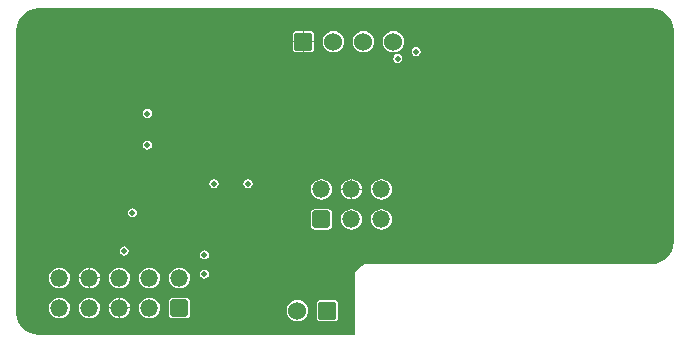
<source format=gbr>
%TF.GenerationSoftware,Altium Limited,Altium Designer,20.1.8 (145)*%
G04 Layer_Physical_Order=3*
G04 Layer_Color=16440176*
%FSLAX45Y45*%
%MOMM*%
%TF.SameCoordinates,A8D28DC8-49F5-44E5-8DCE-E7A12525CE2F*%
%TF.FilePolarity,Positive*%
%TF.FileFunction,Copper,L3,Inr,Signal*%
%TF.Part,Single*%
G01*
G75*
%TA.AperFunction,ComponentPad*%
%ADD29C,1.50000*%
G04:AMPARAMS|DCode=30|XSize=1.5mm|YSize=1.45mm|CornerRadius=0.18125mm|HoleSize=0mm|Usage=FLASHONLY|Rotation=0.000|XOffset=0mm|YOffset=0mm|HoleType=Round|Shape=RoundedRectangle|*
%AMROUNDEDRECTD30*
21,1,1.50000,1.08750,0,0,0.0*
21,1,1.13750,1.45000,0,0,0.0*
1,1,0.36250,0.56875,-0.54375*
1,1,0.36250,-0.56875,-0.54375*
1,1,0.36250,-0.56875,0.54375*
1,1,0.36250,0.56875,0.54375*
%
%ADD30ROUNDEDRECTD30*%
%ADD31O,1.50000X1.45000*%
%ADD32C,1.52400*%
G04:AMPARAMS|DCode=33|XSize=1.524mm|YSize=1.524mm|CornerRadius=0.1905mm|HoleSize=0mm|Usage=FLASHONLY|Rotation=180.000|XOffset=0mm|YOffset=0mm|HoleType=Round|Shape=RoundedRectangle|*
%AMROUNDEDRECTD33*
21,1,1.52400,1.14300,0,0,180.0*
21,1,1.14300,1.52400,0,0,180.0*
1,1,0.38100,-0.57150,0.57150*
1,1,0.38100,0.57150,0.57150*
1,1,0.38100,0.57150,-0.57150*
1,1,0.38100,-0.57150,-0.57150*
%
%ADD33ROUNDEDRECTD33*%
%TA.AperFunction,ViaPad*%
%ADD34C,3.00000*%
%ADD35C,0.50000*%
G36*
X5400001Y2781824D02*
X5435473Y2778330D01*
X5469582Y2767984D01*
X5501017Y2751181D01*
X5528570Y2728569D01*
X5551183Y2701016D01*
X5567985Y2669581D01*
X5578332Y2635472D01*
X5581826Y2600000D01*
X5581872D01*
Y800000D01*
X5581826D01*
X5578332Y764528D01*
X5567985Y730419D01*
X5551182Y698983D01*
X5528570Y671430D01*
X5501017Y648818D01*
X5469582Y632015D01*
X5435472Y621669D01*
X5400000Y618175D01*
Y618129D01*
X3000000Y618129D01*
Y618797D01*
X2969253Y614749D01*
X2940602Y602881D01*
X2915998Y584002D01*
X2897119Y559398D01*
X2885252Y530747D01*
X2881204Y500001D01*
X2881872D01*
Y18128D01*
X200000D01*
Y18174D01*
X164528Y21668D01*
X130418Y32015D01*
X98983Y48818D01*
X71430Y71430D01*
X48818Y98983D01*
X32015Y130418D01*
X21668Y164528D01*
X18174Y200000D01*
X18128D01*
X18128Y2599999D01*
X18174D01*
X21668Y2635471D01*
X32015Y2669580D01*
X48818Y2701015D01*
X71430Y2728569D01*
X98983Y2751181D01*
X130418Y2767984D01*
X164528Y2778330D01*
X200000Y2781824D01*
Y2781870D01*
X5400000D01*
X5400001Y2781824D01*
D02*
G37*
%LPC*%
G36*
X2504850Y2589522D02*
X2454050D01*
Y2506350D01*
X2537222D01*
Y2557150D01*
X2534758Y2569538D01*
X2527740Y2580040D01*
X2517238Y2587058D01*
X2504850Y2589522D01*
D02*
G37*
G36*
X2441350D02*
X2390550D01*
X2378162Y2587058D01*
X2367659Y2580040D01*
X2360642Y2569538D01*
X2358178Y2557150D01*
Y2506350D01*
X2441350D01*
Y2589522D01*
D02*
G37*
G36*
X2537222Y2493650D02*
X2454050D01*
Y2410478D01*
X2504850D01*
X2517238Y2412942D01*
X2527740Y2419959D01*
X2534758Y2430461D01*
X2537222Y2442850D01*
Y2493650D01*
D02*
G37*
G36*
X2441350D02*
X2358178D01*
Y2442850D01*
X2360642Y2430461D01*
X2367659Y2419959D01*
X2378162Y2412942D01*
X2390550Y2410478D01*
X2441350D01*
Y2493650D01*
D02*
G37*
G36*
X3209700Y2589667D02*
X3186492Y2586612D01*
X3164866Y2577654D01*
X3146296Y2563404D01*
X3132046Y2544833D01*
X3123088Y2523207D01*
X3120033Y2500000D01*
X3123088Y2476792D01*
X3132046Y2455166D01*
X3146296Y2436596D01*
X3164866Y2422346D01*
X3186492Y2413388D01*
X3209700Y2410333D01*
X3232907Y2413388D01*
X3254533Y2422346D01*
X3273104Y2436596D01*
X3287354Y2455166D01*
X3296312Y2476792D01*
X3299367Y2500000D01*
X3296312Y2523207D01*
X3287354Y2544833D01*
X3273104Y2563404D01*
X3254533Y2577654D01*
X3232907Y2586612D01*
X3209700Y2589667D01*
D02*
G37*
G36*
X2955700D02*
X2932492Y2586612D01*
X2910866Y2577654D01*
X2892296Y2563404D01*
X2878046Y2544833D01*
X2869088Y2523207D01*
X2866033Y2500000D01*
X2869088Y2476792D01*
X2878046Y2455166D01*
X2892296Y2436596D01*
X2910866Y2422346D01*
X2932492Y2413388D01*
X2955700Y2410333D01*
X2978907Y2413388D01*
X3000533Y2422346D01*
X3019104Y2436596D01*
X3033354Y2455166D01*
X3042312Y2476792D01*
X3045367Y2500000D01*
X3042312Y2523207D01*
X3033354Y2544833D01*
X3019104Y2563404D01*
X3000533Y2577654D01*
X2978907Y2586612D01*
X2955700Y2589667D01*
D02*
G37*
G36*
X2701700D02*
X2678492Y2586612D01*
X2656866Y2577654D01*
X2638296Y2563404D01*
X2624046Y2544833D01*
X2615088Y2523207D01*
X2612033Y2500000D01*
X2615088Y2476792D01*
X2624046Y2455166D01*
X2638296Y2436596D01*
X2656866Y2422346D01*
X2678492Y2413388D01*
X2701700Y2410333D01*
X2724907Y2413388D01*
X2746533Y2422346D01*
X2765104Y2436596D01*
X2779354Y2455166D01*
X2788312Y2476792D01*
X2791367Y2500000D01*
X2788312Y2523207D01*
X2779354Y2544833D01*
X2765104Y2563404D01*
X2746533Y2577654D01*
X2724907Y2586612D01*
X2701700Y2589667D01*
D02*
G37*
G36*
X3402935Y2454738D02*
X3388225Y2451812D01*
X3375754Y2443479D01*
X3367422Y2431009D01*
X3364496Y2416299D01*
X3367422Y2401589D01*
X3375754Y2389119D01*
X3388225Y2380787D01*
X3402935Y2377861D01*
X3417644Y2380787D01*
X3430115Y2389119D01*
X3438447Y2401589D01*
X3441373Y2416299D01*
X3438447Y2431009D01*
X3430115Y2443479D01*
X3417644Y2451812D01*
X3402935Y2454738D01*
D02*
G37*
G36*
X3246120Y2395559D02*
X3231410Y2392633D01*
X3218940Y2384300D01*
X3210607Y2371830D01*
X3207681Y2357120D01*
X3210607Y2342410D01*
X3218940Y2329940D01*
X3231410Y2321607D01*
X3246120Y2318681D01*
X3260830Y2321607D01*
X3273300Y2329940D01*
X3281633Y2342410D01*
X3284559Y2357120D01*
X3281633Y2371830D01*
X3273300Y2384300D01*
X3260830Y2392633D01*
X3246120Y2395559D01*
D02*
G37*
G36*
X1126580Y1929425D02*
X1111870Y1926499D01*
X1099400Y1918167D01*
X1091067Y1905696D01*
X1088141Y1890986D01*
X1091067Y1876276D01*
X1099400Y1863806D01*
X1111870Y1855474D01*
X1126580Y1852548D01*
X1141290Y1855474D01*
X1153760Y1863806D01*
X1162092Y1876276D01*
X1165018Y1890986D01*
X1162092Y1905696D01*
X1153760Y1918167D01*
X1141290Y1926499D01*
X1126580Y1929425D01*
D02*
G37*
G36*
Y1661721D02*
X1111870Y1658795D01*
X1099400Y1650463D01*
X1091067Y1637993D01*
X1088141Y1623283D01*
X1091067Y1608573D01*
X1099400Y1596102D01*
X1111870Y1587770D01*
X1126580Y1584844D01*
X1141290Y1587770D01*
X1153760Y1596102D01*
X1162092Y1608573D01*
X1165018Y1623283D01*
X1162092Y1637993D01*
X1153760Y1650463D01*
X1141290Y1658795D01*
X1126580Y1661721D01*
D02*
G37*
G36*
X1978380Y1336078D02*
X1963670Y1333152D01*
X1951199Y1324820D01*
X1942867Y1312349D01*
X1939941Y1297639D01*
X1942867Y1282929D01*
X1951199Y1270459D01*
X1963670Y1262127D01*
X1978380Y1259201D01*
X1993089Y1262127D01*
X2005560Y1270459D01*
X2013892Y1282929D01*
X2016818Y1297639D01*
X2013892Y1312349D01*
X2005560Y1324820D01*
X1993089Y1333152D01*
X1978380Y1336078D01*
D02*
G37*
G36*
X1691001D02*
X1676291Y1333152D01*
X1663820Y1324820D01*
X1655488Y1312349D01*
X1652562Y1297639D01*
X1655488Y1282929D01*
X1663820Y1270459D01*
X1676291Y1262127D01*
X1691001Y1259201D01*
X1705711Y1262127D01*
X1718181Y1270459D01*
X1726513Y1282929D01*
X1729439Y1297639D01*
X1726513Y1312349D01*
X1718181Y1324820D01*
X1705711Y1333152D01*
X1691001Y1336078D01*
D02*
G37*
G36*
X2861310Y1335108D02*
Y1256030D01*
X2942559D01*
X2940467Y1271921D01*
X2931882Y1292647D01*
X2918225Y1310445D01*
X2900428Y1324102D01*
X2879701Y1332687D01*
X2861310Y1335108D01*
D02*
G37*
G36*
X2848610D02*
X2830219Y1332687D01*
X2809492Y1324102D01*
X2791695Y1310445D01*
X2778038Y1292647D01*
X2769453Y1271921D01*
X2767361Y1256030D01*
X2848610D01*
Y1335108D01*
D02*
G37*
G36*
X2942559Y1243330D02*
X2861310D01*
Y1164252D01*
X2879701Y1166673D01*
X2900428Y1175258D01*
X2918225Y1188915D01*
X2931882Y1206712D01*
X2940467Y1227438D01*
X2942559Y1243330D01*
D02*
G37*
G36*
X2848610D02*
X2767361D01*
X2769453Y1227438D01*
X2778038Y1206712D01*
X2791695Y1188915D01*
X2809492Y1175258D01*
X2830219Y1166673D01*
X2848610Y1164252D01*
Y1243330D01*
D02*
G37*
G36*
X3111460Y1335615D02*
X3106460D01*
X3084219Y1332687D01*
X3063492Y1324102D01*
X3045695Y1310445D01*
X3032038Y1292648D01*
X3023453Y1271922D01*
X3020525Y1249680D01*
X3023453Y1227438D01*
X3032038Y1206712D01*
X3045695Y1188915D01*
X3063492Y1175258D01*
X3084219Y1166673D01*
X3106460Y1163745D01*
X3111460D01*
X3133701Y1166673D01*
X3154428Y1175258D01*
X3172225Y1188915D01*
X3185882Y1206712D01*
X3194467Y1227438D01*
X3197395Y1249680D01*
X3194467Y1271922D01*
X3185882Y1292648D01*
X3172225Y1310445D01*
X3154428Y1324102D01*
X3133701Y1332687D01*
X3111460Y1335615D01*
D02*
G37*
G36*
X2603460D02*
X2598460D01*
X2576219Y1332687D01*
X2555492Y1324102D01*
X2537695Y1310445D01*
X2524038Y1292648D01*
X2515453Y1271922D01*
X2512525Y1249680D01*
X2515453Y1227438D01*
X2524038Y1206712D01*
X2537695Y1188915D01*
X2555492Y1175258D01*
X2576219Y1166673D01*
X2598460Y1163745D01*
X2603460D01*
X2625701Y1166673D01*
X2646428Y1175258D01*
X2664225Y1188915D01*
X2677882Y1206712D01*
X2686467Y1227438D01*
X2689395Y1249680D01*
X2686467Y1271922D01*
X2677882Y1292648D01*
X2664225Y1310445D01*
X2646428Y1324102D01*
X2625701Y1332687D01*
X2603460Y1335615D01*
D02*
G37*
G36*
X999865Y1090159D02*
X985155Y1087233D01*
X972685Y1078901D01*
X964352Y1066430D01*
X961426Y1051721D01*
X964352Y1037011D01*
X972685Y1024540D01*
X985155Y1016208D01*
X999865Y1013282D01*
X1014575Y1016208D01*
X1027045Y1024540D01*
X1035377Y1037011D01*
X1038303Y1051721D01*
X1035377Y1066430D01*
X1027045Y1078901D01*
X1014575Y1087233D01*
X999865Y1090159D01*
D02*
G37*
G36*
X2657835Y1081484D02*
X2544085D01*
X2532058Y1079092D01*
X2521861Y1072279D01*
X2515049Y1062082D01*
X2512656Y1050055D01*
Y941305D01*
X2515049Y929278D01*
X2521861Y919081D01*
X2532058Y912268D01*
X2544085Y909876D01*
X2657835D01*
X2669862Y912268D01*
X2680059Y919081D01*
X2686871Y929278D01*
X2689264Y941305D01*
Y1050055D01*
X2686871Y1062082D01*
X2680059Y1072279D01*
X2669862Y1079092D01*
X2657835Y1081484D01*
D02*
G37*
G36*
X2857460Y1081615D02*
X2852460D01*
X2830219Y1078687D01*
X2809492Y1070102D01*
X2791695Y1056445D01*
X2778038Y1038648D01*
X2769453Y1017922D01*
X2766525Y995680D01*
X2769453Y973439D01*
X2778038Y952713D01*
X2791695Y934915D01*
X2809492Y921258D01*
X2830219Y912673D01*
X2852460Y909745D01*
X2857460D01*
X2879701Y912673D01*
X2900428Y921258D01*
X2918225Y934915D01*
X2931882Y952713D01*
X2940467Y973439D01*
X2943395Y995680D01*
X2940467Y1017922D01*
X2931882Y1038648D01*
X2918225Y1056445D01*
X2900428Y1070102D01*
X2879701Y1078687D01*
X2857460Y1081615D01*
D02*
G37*
G36*
X3111460Y1081615D02*
X3106460D01*
X3084219Y1078687D01*
X3063492Y1070102D01*
X3045695Y1056445D01*
X3032038Y1038648D01*
X3023453Y1017922D01*
X3020525Y995680D01*
X3023453Y973438D01*
X3032038Y952712D01*
X3045695Y934915D01*
X3063492Y921258D01*
X3084219Y912673D01*
X3106460Y909745D01*
X3111460D01*
X3133701Y912673D01*
X3154428Y921258D01*
X3172225Y934915D01*
X3185882Y952712D01*
X3194467Y973438D01*
X3197395Y995680D01*
X3194467Y1017922D01*
X3185882Y1038648D01*
X3172225Y1056445D01*
X3154428Y1070102D01*
X3133701Y1078687D01*
X3111460Y1081615D01*
D02*
G37*
G36*
X931039Y766118D02*
X916329Y763192D01*
X903859Y754860D01*
X895527Y742389D01*
X892601Y727680D01*
X895527Y712970D01*
X903859Y700499D01*
X916329Y692167D01*
X931039Y689241D01*
X945749Y692167D01*
X958220Y700499D01*
X966552Y712970D01*
X969478Y727680D01*
X966552Y742389D01*
X958220Y754860D01*
X945749Y763192D01*
X931039Y766118D01*
D02*
G37*
G36*
X1610360Y734399D02*
X1595650Y731473D01*
X1583180Y723140D01*
X1574847Y710670D01*
X1571921Y695960D01*
X1574847Y681250D01*
X1583180Y668780D01*
X1595650Y660447D01*
X1610360Y657521D01*
X1625070Y660447D01*
X1637540Y668780D01*
X1645873Y681250D01*
X1648799Y695960D01*
X1645873Y710670D01*
X1637540Y723140D01*
X1625070Y731473D01*
X1610360Y734399D01*
D02*
G37*
G36*
X642749Y586888D02*
Y507810D01*
X723998D01*
X721906Y523702D01*
X713321Y544428D01*
X699664Y562225D01*
X681867Y575882D01*
X661141Y584467D01*
X642749Y586888D01*
D02*
G37*
G36*
X630049D02*
X611658Y584467D01*
X590932Y575882D01*
X573134Y562225D01*
X559477Y544428D01*
X550892Y523702D01*
X548800Y507810D01*
X630049D01*
Y586888D01*
D02*
G37*
G36*
X1610360Y570689D02*
X1595650Y567763D01*
X1583180Y559430D01*
X1574847Y546960D01*
X1571921Y532250D01*
X1574847Y517540D01*
X1583180Y505070D01*
X1595650Y496738D01*
X1610360Y493812D01*
X1625070Y496738D01*
X1637540Y505070D01*
X1645873Y517540D01*
X1648799Y532250D01*
X1645873Y546960D01*
X1637540Y559430D01*
X1625070Y567763D01*
X1610360Y570689D01*
D02*
G37*
G36*
X723998Y495110D02*
X642749D01*
Y416032D01*
X661141Y418453D01*
X681867Y427038D01*
X699664Y440695D01*
X713321Y458492D01*
X721906Y479218D01*
X723998Y495110D01*
D02*
G37*
G36*
X630049D02*
X548800D01*
X550892Y479218D01*
X559477Y458492D01*
X573134Y440695D01*
X590932Y427038D01*
X611658Y418453D01*
X630049Y416032D01*
Y495110D01*
D02*
G37*
G36*
X1400899Y587395D02*
X1395899D01*
X1373658Y584467D01*
X1352932Y575882D01*
X1335134Y562225D01*
X1321477Y544428D01*
X1312892Y523702D01*
X1309964Y501460D01*
X1312892Y479218D01*
X1321477Y458492D01*
X1335134Y440695D01*
X1352932Y427038D01*
X1373658Y418453D01*
X1395899Y415525D01*
X1400899D01*
X1423141Y418453D01*
X1443867Y427038D01*
X1461664Y440695D01*
X1475321Y458492D01*
X1483906Y479218D01*
X1486834Y501460D01*
X1483906Y523702D01*
X1475321Y544428D01*
X1461664Y562225D01*
X1443867Y575882D01*
X1423141Y584467D01*
X1400899Y587395D01*
D02*
G37*
G36*
X1146899D02*
X1141899D01*
X1119658Y584467D01*
X1098932Y575882D01*
X1081134Y562225D01*
X1067477Y544428D01*
X1058892Y523702D01*
X1055964Y501460D01*
X1058892Y479218D01*
X1067477Y458492D01*
X1081134Y440695D01*
X1098932Y427038D01*
X1119658Y418453D01*
X1141899Y415525D01*
X1146899D01*
X1169141Y418453D01*
X1189867Y427038D01*
X1207664Y440695D01*
X1221321Y458492D01*
X1229906Y479218D01*
X1232834Y501460D01*
X1229906Y523702D01*
X1221321Y544428D01*
X1207664Y562225D01*
X1189867Y575882D01*
X1169141Y584467D01*
X1146899Y587395D01*
D02*
G37*
G36*
X892899D02*
X887899D01*
X865658Y584467D01*
X844932Y575882D01*
X827134Y562225D01*
X813477Y544428D01*
X804892Y523702D01*
X801964Y501460D01*
X804892Y479218D01*
X813477Y458492D01*
X827134Y440695D01*
X844932Y427038D01*
X865658Y418453D01*
X887899Y415525D01*
X892899D01*
X915141Y418453D01*
X935867Y427038D01*
X953664Y440695D01*
X967321Y458492D01*
X975906Y479218D01*
X978834Y501460D01*
X975906Y523702D01*
X967321Y544428D01*
X953664Y562225D01*
X935867Y575882D01*
X915141Y584467D01*
X892899Y587395D01*
D02*
G37*
G36*
X384899D02*
X379899D01*
X357658Y584467D01*
X336932Y575882D01*
X319134Y562225D01*
X305477Y544428D01*
X296892Y523702D01*
X293964Y501460D01*
X296892Y479218D01*
X305477Y458492D01*
X319134Y440695D01*
X336932Y427038D01*
X357658Y418453D01*
X379899Y415525D01*
X384899D01*
X407141Y418453D01*
X427867Y427038D01*
X445664Y440695D01*
X459321Y458492D01*
X467906Y479218D01*
X470834Y501460D01*
X467906Y523702D01*
X459321Y544428D01*
X445664Y562225D01*
X427867Y575882D01*
X407141Y584467D01*
X384899Y587395D01*
D02*
G37*
G36*
X896749Y332888D02*
Y253810D01*
X977998D01*
X975906Y269702D01*
X967321Y290428D01*
X953664Y308225D01*
X935867Y321882D01*
X915141Y330467D01*
X896749Y332888D01*
D02*
G37*
G36*
X884049D02*
X865658Y330467D01*
X844932Y321882D01*
X827134Y308225D01*
X813477Y290428D01*
X804892Y269702D01*
X802800Y253810D01*
X884049D01*
Y332888D01*
D02*
G37*
G36*
X977998Y241110D02*
X896749D01*
Y162032D01*
X915141Y164453D01*
X935867Y173038D01*
X953664Y186695D01*
X967321Y204492D01*
X975906Y225218D01*
X977998Y241110D01*
D02*
G37*
G36*
X884049D02*
X802800D01*
X804892Y225218D01*
X813477Y204492D01*
X827134Y186695D01*
X844932Y173038D01*
X865658Y164453D01*
X884049Y162032D01*
Y241110D01*
D02*
G37*
G36*
X1455274Y333264D02*
X1341524D01*
X1329497Y330872D01*
X1319301Y324059D01*
X1312488Y313862D01*
X1310095Y301835D01*
Y193085D01*
X1312488Y181058D01*
X1319301Y170861D01*
X1329497Y164048D01*
X1341524Y161656D01*
X1455274D01*
X1467302Y164048D01*
X1477498Y170861D01*
X1484311Y181058D01*
X1486703Y193085D01*
Y301835D01*
X1484311Y313862D01*
X1477498Y324059D01*
X1467302Y330872D01*
X1455274Y333264D01*
D02*
G37*
G36*
X1146899Y333395D02*
X1141899D01*
X1119658Y330467D01*
X1098932Y321882D01*
X1081134Y308225D01*
X1067477Y290428D01*
X1058892Y269702D01*
X1055964Y247460D01*
X1058892Y225218D01*
X1067477Y204492D01*
X1081134Y186695D01*
X1098932Y173038D01*
X1119658Y164453D01*
X1141899Y161525D01*
X1146899D01*
X1169141Y164453D01*
X1189867Y173038D01*
X1207664Y186695D01*
X1221321Y204492D01*
X1229906Y225218D01*
X1232834Y247460D01*
X1229906Y269702D01*
X1221321Y290428D01*
X1207664Y308225D01*
X1189867Y321882D01*
X1169141Y330467D01*
X1146899Y333395D01*
D02*
G37*
G36*
X638899D02*
X633899D01*
X611658Y330467D01*
X590932Y321882D01*
X573134Y308225D01*
X559477Y290428D01*
X550892Y269702D01*
X547964Y247460D01*
X550892Y225218D01*
X559477Y204492D01*
X573134Y186695D01*
X590932Y173038D01*
X611658Y164453D01*
X633899Y161525D01*
X638899D01*
X661141Y164453D01*
X681867Y173038D01*
X699664Y186695D01*
X713321Y204492D01*
X721906Y225218D01*
X724834Y247460D01*
X721906Y269702D01*
X713321Y290428D01*
X699664Y308225D01*
X681867Y321882D01*
X661141Y330467D01*
X638899Y333395D01*
D02*
G37*
G36*
X384899D02*
X379899D01*
X357658Y330467D01*
X336932Y321882D01*
X319134Y308225D01*
X305477Y290428D01*
X296892Y269702D01*
X293964Y247460D01*
X296892Y225218D01*
X305477Y204492D01*
X319134Y186695D01*
X336932Y173038D01*
X357658Y164453D01*
X379899Y161525D01*
X384899D01*
X407141Y164453D01*
X427867Y173038D01*
X445664Y186695D01*
X459321Y204492D01*
X467906Y225218D01*
X470834Y247460D01*
X467906Y269702D01*
X459321Y290428D01*
X445664Y308225D01*
X427867Y321882D01*
X407141Y330467D01*
X384899Y333395D01*
D02*
G37*
G36*
X2708910Y313042D02*
X2594610D01*
X2582222Y310578D01*
X2571720Y303560D01*
X2564702Y293058D01*
X2562238Y280670D01*
Y166370D01*
X2564702Y153982D01*
X2571720Y143480D01*
X2582222Y136462D01*
X2594610Y133998D01*
X2708910D01*
X2721299Y136462D01*
X2731801Y143480D01*
X2738818Y153982D01*
X2741282Y166370D01*
Y280670D01*
X2738818Y293058D01*
X2731801Y303560D01*
X2721299Y310578D01*
X2708910Y313042D01*
D02*
G37*
G36*
X2397760Y313187D02*
X2374553Y310132D01*
X2352927Y301174D01*
X2334356Y286924D01*
X2320106Y268354D01*
X2311149Y246727D01*
X2308093Y223520D01*
X2311149Y200313D01*
X2320106Y178686D01*
X2334356Y160116D01*
X2352927Y145866D01*
X2374553Y136908D01*
X2397760Y133853D01*
X2420968Y136908D01*
X2442594Y145866D01*
X2461164Y160116D01*
X2475414Y178686D01*
X2484372Y200313D01*
X2487427Y223520D01*
X2484372Y246727D01*
X2475414Y268354D01*
X2461164Y286924D01*
X2442594Y301174D01*
X2420968Y310132D01*
X2397760Y313187D01*
D02*
G37*
%LPD*%
D29*
X190500Y2222500D02*
D03*
X2245360Y2095500D02*
D03*
X190500Y1968500D02*
D03*
X1714500Y2603500D02*
D03*
X1968500D02*
D03*
D30*
X2600960Y995680D02*
D03*
X1398399Y247460D02*
D03*
D31*
X2854960Y995680D02*
D03*
X3108960Y995680D02*
D03*
Y1249680D02*
D03*
X2854960Y1249680D02*
D03*
X2600960Y1249680D02*
D03*
X1144399Y247460D02*
D03*
X890399D02*
D03*
X636399D02*
D03*
X382399D02*
D03*
Y501460D02*
D03*
X636399D02*
D03*
X890399D02*
D03*
X1144399D02*
D03*
X1398399D02*
D03*
D32*
X2397760Y223520D02*
D03*
X3209700Y2500000D02*
D03*
X2955700D02*
D03*
X2701700D02*
D03*
D33*
X2651760Y223520D02*
D03*
X2447700Y2500000D02*
D03*
D34*
X200000Y2600000D02*
D03*
X5400000D02*
D03*
X2700000Y1700000D02*
D03*
X5400000Y800000D02*
D03*
D35*
X3850425Y2750483D02*
D03*
X1078193Y1562115D02*
D03*
X1126580Y1623283D02*
D03*
X910929Y1613295D02*
D03*
X943297Y1770515D02*
D03*
X1223376Y1653525D02*
D03*
X1345515Y1654596D02*
D03*
X350726Y2328384D02*
D03*
X999865Y1051721D02*
D03*
X3655012Y2436924D02*
D03*
X3774515Y2311090D02*
D03*
X5306060Y1374140D02*
D03*
X5308600Y1176020D02*
D03*
X4848860Y1361440D02*
D03*
X4866640Y1785620D02*
D03*
X3402935Y2416299D02*
D03*
X3246120Y2357120D02*
D03*
X3643922Y2278169D02*
D03*
Y2222500D02*
D03*
X1126580Y1890986D02*
D03*
X3247701Y2226712D02*
D03*
X3127703Y2218590D02*
D03*
X2265734Y1835793D02*
D03*
X1449375Y605779D02*
D03*
X1345866Y605261D02*
D03*
X1443958Y705824D02*
D03*
X1199551Y758665D02*
D03*
X142240Y1340717D02*
D03*
X430393Y1270562D02*
D03*
X223520Y1424432D02*
D03*
X437008Y1384893D02*
D03*
X781327Y1348822D02*
D03*
X298928Y932180D02*
D03*
X2854960Y864245D02*
D03*
X2600960Y1124781D02*
D03*
X3091798Y2465792D02*
D03*
X2477837Y2243994D02*
D03*
X2744050Y2244737D02*
D03*
X2542113Y2147328D02*
D03*
X1833666Y1811831D02*
D03*
X1730928Y1835318D02*
D03*
X1833158Y1615898D02*
D03*
X5431371Y2048566D02*
D03*
X4871720Y1973580D02*
D03*
X5428829Y1721689D02*
D03*
X5313680Y1838960D02*
D03*
X5316443Y1588181D02*
D03*
X3614869Y668638D02*
D03*
X4774682Y670662D02*
D03*
X4524248Y771906D02*
D03*
X3918974Y772629D02*
D03*
X5246709Y2074969D02*
D03*
X1326669Y109710D02*
D03*
X1053960Y596369D02*
D03*
X1078039Y1933779D02*
D03*
X348049Y1693248D02*
D03*
X1368365Y1834474D02*
D03*
X877664Y1897491D02*
D03*
X1691001Y1297639D02*
D03*
X1735620Y1341689D02*
D03*
X738625Y1566689D02*
D03*
X3645623Y1708438D02*
D03*
X3351745Y776880D02*
D03*
X3058160Y776674D02*
D03*
X3234706Y1249680D02*
D03*
X2987999Y1060856D02*
D03*
X4222323Y657921D02*
D03*
X5547360Y1546860D02*
D03*
X2600902Y2334455D02*
D03*
X2321085Y2335281D02*
D03*
X1978380Y1297639D02*
D03*
X2078280Y713740D02*
D03*
X2142800D02*
D03*
X2205020D02*
D03*
Y906780D02*
D03*
X2142800D02*
D03*
X2078280D02*
D03*
X1735620Y1253589D02*
D03*
X1831340D02*
D03*
Y1341689D02*
D03*
X1933760Y1253589D02*
D03*
Y1341689D02*
D03*
X2335926Y2752158D02*
D03*
X845819Y1673793D02*
D03*
X109750Y1126383D02*
D03*
X1336145Y1745132D02*
D03*
X1414574Y1597810D02*
D03*
X624206Y1560833D02*
D03*
X1790178Y2065251D02*
D03*
X987042Y1561843D02*
D03*
X1544320Y55880D02*
D03*
X1763439Y54141D02*
D03*
X3147229Y1488103D02*
D03*
X2481665Y1362133D02*
D03*
X3336844Y1688254D02*
D03*
X3335524Y1978203D02*
D03*
X2556760Y538700D02*
D03*
X2618740D02*
D03*
Y618340D02*
D03*
Y696824D02*
D03*
X2556760D02*
D03*
X2493860Y618340D02*
D03*
Y538700D02*
D03*
Y696824D02*
D03*
X3636955Y1799018D02*
D03*
X3641611Y2107413D02*
D03*
X3635995Y1999165D02*
D03*
X3346598Y1797577D02*
D03*
X2214880Y1343280D02*
D03*
X3333702Y2075746D02*
D03*
X2328200Y1769829D02*
D03*
X3339580Y2200246D02*
D03*
X2877820Y2273300D02*
D03*
Y2334260D02*
D03*
X2964644Y2384456D02*
D03*
X3124700Y2755900D02*
D03*
X2389789Y1704119D02*
D03*
X209149Y2371705D02*
D03*
X5472444Y1075824D02*
D03*
X5407414Y984782D02*
D03*
X2884107Y599223D02*
D03*
X3147277Y650550D02*
D03*
X5139394Y652953D02*
D03*
X4620214Y2754064D02*
D03*
X229163Y45074D02*
D03*
X1011909Y1713392D02*
D03*
X1733453Y1492176D02*
D03*
X854030Y745342D02*
D03*
X612446Y760886D02*
D03*
X669430Y693279D02*
D03*
X757530Y692941D02*
D03*
X1053960Y760893D02*
D03*
X996580D02*
D03*
X1658693Y927359D02*
D03*
X1565513Y807765D02*
D03*
X1557010Y663021D02*
D03*
X1663710D02*
D03*
X1665433Y562221D02*
D03*
X1555287D02*
D03*
X1610360Y532250D02*
D03*
Y695960D02*
D03*
X2844183Y2147923D02*
D03*
X1420000Y2085340D02*
D03*
X410906Y1937105D02*
D03*
X101976Y722125D02*
D03*
X109355Y201352D02*
D03*
X714303Y110886D02*
D03*
X2820478Y79803D02*
D03*
Y281940D02*
D03*
X2515023D02*
D03*
X2250440D02*
D03*
Y90216D02*
D03*
X2034467Y45074D02*
D03*
X2515023Y79803D02*
D03*
X447040Y853440D02*
D03*
X237826Y1117890D02*
D03*
X349008Y997584D02*
D03*
X225774Y602274D02*
D03*
X691709Y1348607D02*
D03*
X799593Y976079D02*
D03*
X656481Y980263D02*
D03*
X1116517Y1341689D02*
D03*
X531563Y2348557D02*
D03*
X580000Y2085340D02*
D03*
X1414720Y1914285D02*
D03*
X2138202Y2244429D02*
D03*
X1408676Y1106575D02*
D03*
X3049868Y2150022D02*
D03*
X558800Y2738120D02*
D03*
X1409700Y2745740D02*
D03*
X2134370Y1259840D02*
D03*
X2052320Y1343280D02*
D03*
X3336146Y2277714D02*
D03*
X931039Y727680D02*
D03*
X1582420Y1343280D02*
D03*
X970265Y677553D02*
D03*
X1686560Y820000D02*
D03*
Y1079840D02*
D03*
X5165644Y2164264D02*
D03*
X1419860Y1343280D02*
D03*
X1982840Y445321D02*
D03*
X2004060Y1985000D02*
D03*
X528320Y934260D02*
D03*
X5326107Y2164264D02*
D03*
X2112800Y2046644D02*
D03*
X1502480Y1259840D02*
D03*
X2284346Y580321D02*
D03*
Y502860D02*
D03*
Y657413D02*
D03*
X2160580Y657860D02*
D03*
Y502860D02*
D03*
Y580321D02*
D03*
X996580Y976622D02*
D03*
X2252980Y1559560D02*
D03*
X2222500Y1985000D02*
D03*
X3488251Y2372249D02*
D03*
X1771220Y1160526D02*
D03*
X1770860Y998220D02*
D03*
X1771220Y901700D02*
D03*
Y739140D02*
D03*
X422547Y691934D02*
D03*
X1884680Y218440D02*
D03*
X1971892Y304600D02*
D03*
X1972680Y134266D02*
D03*
X1898600Y357941D02*
D03*
X1816100Y445321D02*
D03*
X2222800Y502860D02*
D03*
Y657860D02*
D03*
%TF.MD5,d48ce6d40474320e4f62d35a8b8d3e93*%
M02*

</source>
